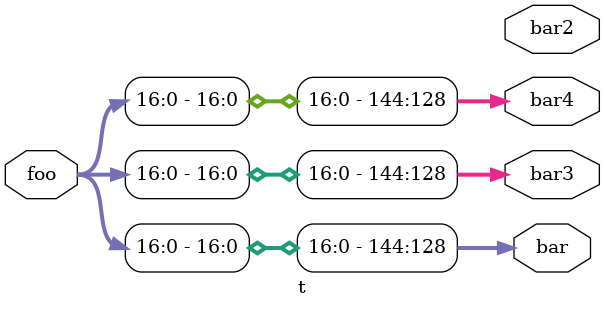
<source format=v>

module t
  (
   input  wire [ 31:0] foo,
   output reg  [144:0] bar,
   output reg  [144:0] bar2,
   output reg  [144:0] bar3,
   output reg  [144:0] bar4
   );
   // verilator lint_off SELRANGE
   assign bar[159:128] = foo;
   assign bar2[159] = foo[1];
   assign bar3[159 -: 32] = foo;
   assign bar4[128 +: 32] = foo;
endmodule

</source>
